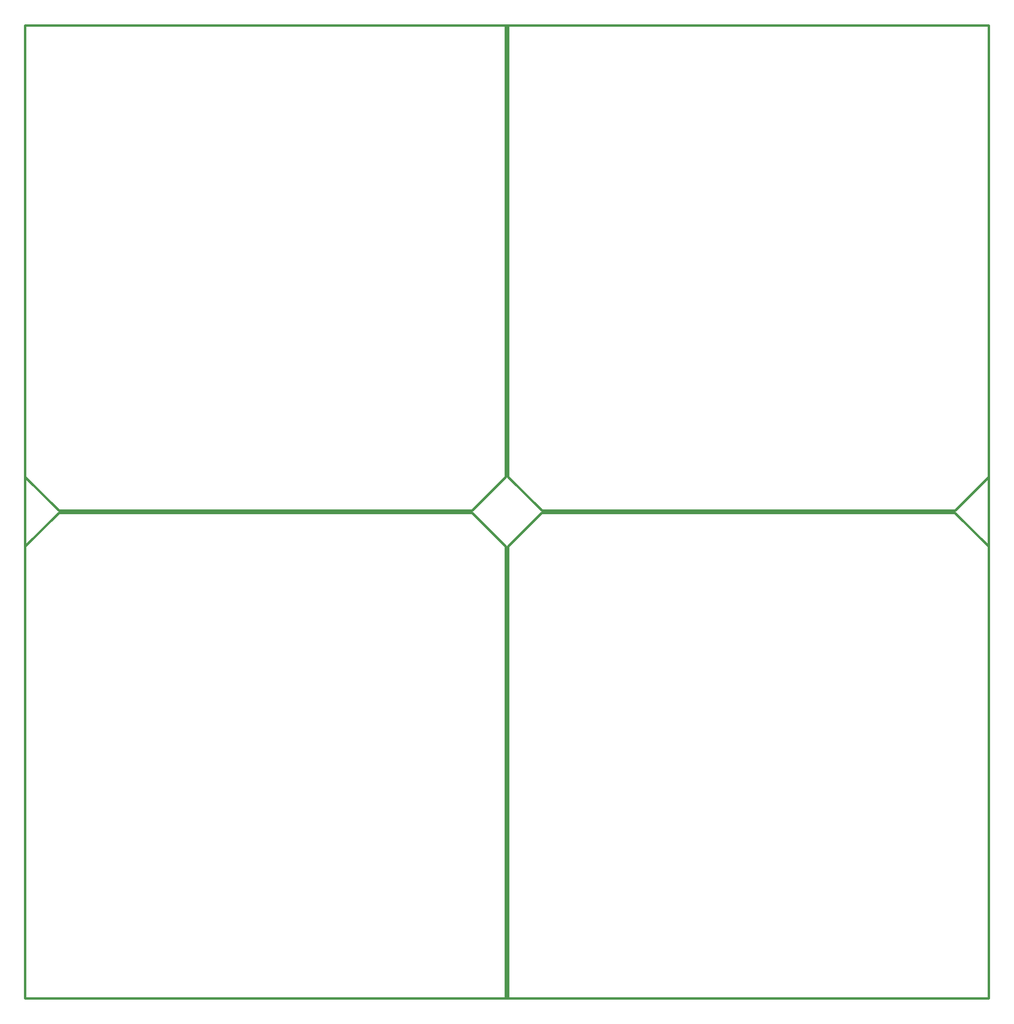
<source format=gm1>
G04*
G04 #@! TF.GenerationSoftware,Altium Limited,Altium Designer,20.0.14 (345)*
G04*
G04 Layer_Color=16711935*
%FSLAX44Y44*%
%MOMM*%
G71*
G01*
G75*
%ADD40C,0.5000*%
D40*
X0Y0D02*
X2045000D01*
Y2065000D01*
X0D02*
X2045000D01*
X0Y0D02*
Y2065000D01*
X1Y-0D02*
X1020001D01*
Y957500D01*
X948501Y1030000D02*
X1020001Y958850D01*
X71151Y1030000D02*
X948501D01*
X1Y958850D02*
X71151Y1030000D01*
X1Y-0D02*
Y958850D01*
X1025002Y-0D02*
X2045002D01*
Y957500D01*
X1973502Y1030000D02*
X2045002Y958850D01*
X1096152Y1030000D02*
X1973502D01*
X1025002Y958850D02*
X1096152Y1030000D01*
X1025002Y-0D02*
Y958850D01*
X2044999Y2065000D02*
X1024999D01*
Y1107500D01*
X1096499Y1035000D02*
X1024999Y1106150D01*
X1973849Y1035000D02*
X1096499D01*
X2044999Y1106150D02*
X1973849Y1035000D01*
X2044999Y2065000D02*
Y1106150D01*
X1019998Y2065000D02*
X-2D01*
Y1107500D01*
X71498Y1035000D02*
X-2Y1106150D01*
X948848Y1035000D02*
X71498D01*
X1019998Y1106150D02*
X948848Y1035000D01*
X1019998Y2065000D02*
Y1106150D01*
X0Y0D02*
X2045000D01*
Y2065000D01*
X0D02*
X2045000D01*
X0Y0D02*
Y2065000D01*
X1Y-0D02*
X1020001D01*
Y957500D01*
X948501Y1030000D02*
X1020001Y958850D01*
X71151Y1030000D02*
X948501D01*
X1Y958850D02*
X71151Y1030000D01*
X1Y-0D02*
Y958850D01*
X1025002Y-0D02*
X2045002D01*
Y957500D01*
X1973502Y1030000D02*
X2045002Y958850D01*
X1096152Y1030000D02*
X1973502D01*
X1025002Y958850D02*
X1096152Y1030000D01*
X1025002Y-0D02*
Y958850D01*
X2044999Y2065000D02*
X1024999D01*
Y1107500D01*
X1096499Y1035000D02*
X1024999Y1106150D01*
X1973849Y1035000D02*
X1096499D01*
X2044999Y1106150D02*
X1973849Y1035000D01*
X2044999Y2065000D02*
Y1106150D01*
X1019998Y2065000D02*
X-2D01*
Y1107500D01*
X71498Y1035000D02*
X-2Y1106150D01*
X948848Y1035000D02*
X71498D01*
X1019998Y1106150D02*
X948848Y1035000D01*
X1019998Y2065000D02*
Y1106150D01*
M02*

</source>
